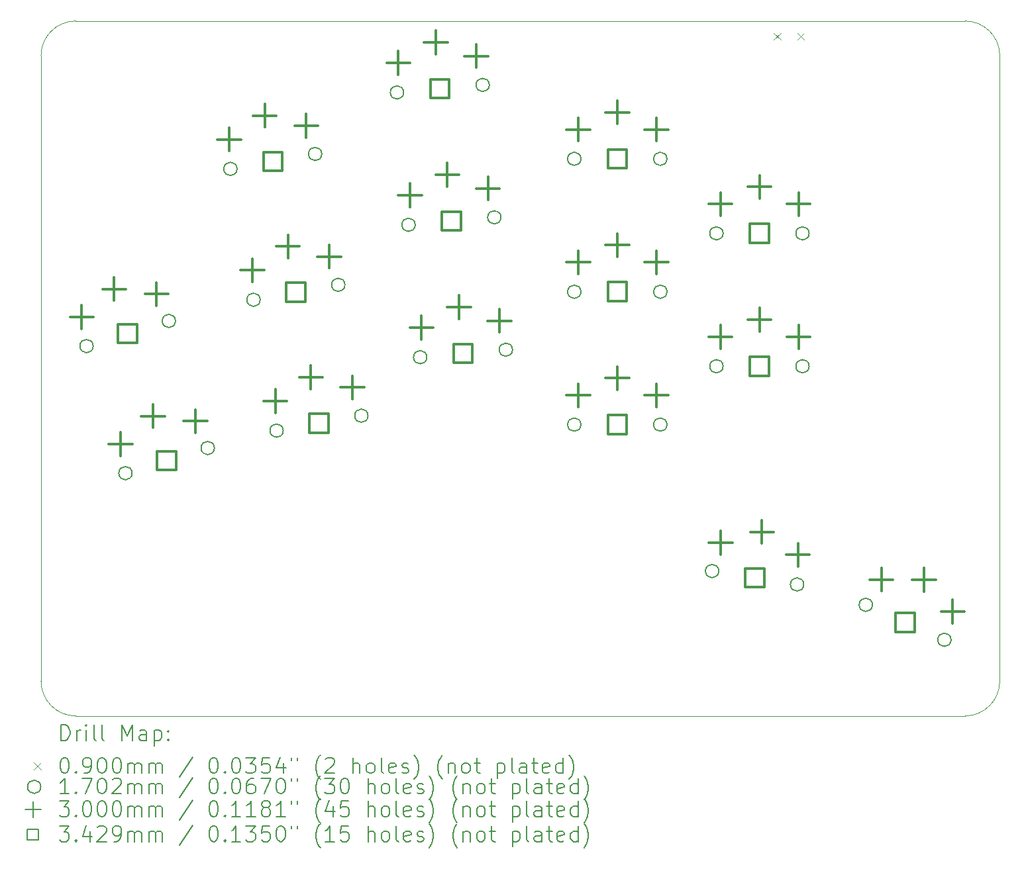
<source format=gbr>
%FSLAX45Y45*%
G04 Gerber Fmt 4.5, Leading zero omitted, Abs format (unit mm)*
G04 Created by KiCad (PCBNEW (6.0.4-0)) date 2022-07-25 11:54:57*
%MOMM*%
%LPD*%
G01*
G04 APERTURE LIST*
%TA.AperFunction,Profile*%
%ADD10C,0.050000*%
%TD*%
%ADD11C,0.200000*%
%ADD12C,0.090000*%
%ADD13C,0.170180*%
%ADD14C,0.300000*%
%ADD15C,0.342900*%
G04 APERTURE END LIST*
D10*
X16431618Y3825490D02*
X16431979Y11826325D01*
X4176475Y3825325D02*
G75*
G03*
X4620979Y3380825I444505J5D01*
G01*
X16431975Y11826325D02*
G75*
G03*
X15987479Y12270825I-444495J5D01*
G01*
X4620979Y3380825D02*
X15987118Y3380990D01*
X4176115Y11826612D02*
X4176479Y3825325D01*
X15987479Y12270825D02*
X4620615Y12271112D01*
X4620615Y12271112D02*
G75*
G03*
X4176115Y11826612I0J-444500D01*
G01*
X15987118Y3380991D02*
G75*
G03*
X16431618Y3825490I2J444499D01*
G01*
D11*
D12*
X13541841Y12120184D02*
X13631841Y12030184D01*
X13631841Y12120184D02*
X13541841Y12030184D01*
X13841841Y12120184D02*
X13931841Y12030184D01*
X13931841Y12120184D02*
X13841841Y12030184D01*
D13*
X4843348Y8112192D02*
G75*
G03*
X4843348Y8112192I-85090J0D01*
G01*
X5340380Y6486474D02*
G75*
G03*
X5340380Y6486474I-85090J0D01*
G01*
X5895283Y8433801D02*
G75*
G03*
X5895283Y8433801I-85090J0D01*
G01*
X6392315Y6808083D02*
G75*
G03*
X6392315Y6808083I-85090J0D01*
G01*
X6682157Y10379000D02*
G75*
G03*
X6682157Y10379000I-85090J0D01*
G01*
X6977359Y8704827D02*
G75*
G03*
X6977359Y8704827I-85090J0D01*
G01*
X7272560Y7030654D02*
G75*
G03*
X7272560Y7030654I-85090J0D01*
G01*
X7765445Y10570013D02*
G75*
G03*
X7765445Y10570013I-85090J0D01*
G01*
X8060647Y8895840D02*
G75*
G03*
X8060647Y8895840I-85090J0D01*
G01*
X8355849Y7221667D02*
G75*
G03*
X8355849Y7221667I-85090J0D01*
G01*
X8811183Y11357012D02*
G75*
G03*
X8811183Y11357012I-85090J0D01*
G01*
X8959347Y9663481D02*
G75*
G03*
X8959347Y9663481I-85090J0D01*
G01*
X9107512Y7969950D02*
G75*
G03*
X9107512Y7969950I-85090J0D01*
G01*
X9906997Y11452883D02*
G75*
G03*
X9906997Y11452883I-85090J0D01*
G01*
X10055161Y9759352D02*
G75*
G03*
X10055161Y9759352I-85090J0D01*
G01*
X10203326Y8065821D02*
G75*
G03*
X10203326Y8065821I-85090J0D01*
G01*
X11077569Y10507725D02*
G75*
G03*
X11077569Y10507725I-85090J0D01*
G01*
X11077569Y8807725D02*
G75*
G03*
X11077569Y8807725I-85090J0D01*
G01*
X11077569Y7107725D02*
G75*
G03*
X11077569Y7107725I-85090J0D01*
G01*
X12177569Y10507725D02*
G75*
G03*
X12177569Y10507725I-85090J0D01*
G01*
X12177569Y8807725D02*
G75*
G03*
X12177569Y8807725I-85090J0D01*
G01*
X12177569Y7107725D02*
G75*
G03*
X12177569Y7107725I-85090J0D01*
G01*
X12839394Y5234619D02*
G75*
G03*
X12839394Y5234619I-85090J0D01*
G01*
X12895039Y9554449D02*
G75*
G03*
X12895039Y9554449I-85090J0D01*
G01*
X12895039Y7854449D02*
G75*
G03*
X12895039Y7854449I-85090J0D01*
G01*
X13925851Y5062541D02*
G75*
G03*
X13925851Y5062541I-85090J0D01*
G01*
X13995039Y9554449D02*
G75*
G03*
X13995039Y9554449I-85090J0D01*
G01*
X13995039Y7854449D02*
G75*
G03*
X13995039Y7854449I-85090J0D01*
G01*
X14804040Y4802410D02*
G75*
G03*
X14804040Y4802410I-85090J0D01*
G01*
X15808940Y4354999D02*
G75*
G03*
X15808940Y4354999I-85090J0D01*
G01*
D14*
X4696434Y8635425D02*
X4696434Y8335425D01*
X4546434Y8485425D02*
X4846434Y8485425D01*
X5110265Y8991998D02*
X5110265Y8691998D01*
X4960265Y8841998D02*
X5260265Y8841998D01*
X5193466Y7009706D02*
X5193466Y6709706D01*
X5043466Y6859706D02*
X5343466Y6859706D01*
X5607297Y7366279D02*
X5607297Y7066279D01*
X5457297Y7216279D02*
X5757297Y7216279D01*
X5652739Y8927796D02*
X5652739Y8627796D01*
X5502739Y8777796D02*
X5802739Y8777796D01*
X6149771Y7302078D02*
X6149771Y7002078D01*
X5999771Y7152078D02*
X6299771Y7152078D01*
X6581189Y10906985D02*
X6581189Y10606985D01*
X6431189Y10756985D02*
X6731189Y10756985D01*
X6876391Y9232812D02*
X6876391Y8932812D01*
X6726391Y9082812D02*
X7026391Y9082812D01*
X7035390Y11210467D02*
X7035390Y10910467D01*
X6885390Y11060467D02*
X7185390Y11060467D01*
X7171593Y7558639D02*
X7171593Y7258639D01*
X7021593Y7408639D02*
X7321593Y7408639D01*
X7330592Y9536294D02*
X7330592Y9236294D01*
X7180592Y9386294D02*
X7480592Y9386294D01*
X7565997Y11080634D02*
X7565997Y10780634D01*
X7415997Y10930634D02*
X7715997Y10930634D01*
X7625794Y7862121D02*
X7625794Y7562121D01*
X7475794Y7712121D02*
X7775794Y7712121D01*
X7861199Y9406460D02*
X7861199Y9106460D01*
X7711199Y9256460D02*
X8011199Y9256460D01*
X8156401Y7732287D02*
X8156401Y7432287D01*
X8006401Y7582287D02*
X8306401Y7582287D01*
X8743219Y11884943D02*
X8743219Y11584943D01*
X8593219Y11734943D02*
X8893219Y11734943D01*
X8891384Y10191412D02*
X8891384Y9891412D01*
X8741384Y10041412D02*
X9041384Y10041412D01*
X9039548Y8497881D02*
X9039548Y8197881D01*
X8889548Y8347881D02*
X9189548Y8347881D01*
X9222142Y12147683D02*
X9222142Y11847683D01*
X9072142Y11997683D02*
X9372142Y11997683D01*
X9370307Y10454153D02*
X9370307Y10154153D01*
X9220307Y10304153D02*
X9520307Y10304153D01*
X9518471Y8760622D02*
X9518471Y8460622D01*
X9368471Y8610622D02*
X9668471Y8610622D01*
X9739414Y11972098D02*
X9739414Y11672098D01*
X9589414Y11822098D02*
X9889414Y11822098D01*
X9887578Y10278568D02*
X9887578Y9978568D01*
X9737578Y10128568D02*
X10037578Y10128568D01*
X10035743Y8585037D02*
X10035743Y8285036D01*
X9885743Y8435037D02*
X10185743Y8435037D01*
X11042479Y11032725D02*
X11042479Y10732725D01*
X10892479Y10882725D02*
X11192479Y10882725D01*
X11042479Y9332725D02*
X11042479Y9032725D01*
X10892479Y9182725D02*
X11192479Y9182725D01*
X11042479Y7632725D02*
X11042479Y7332725D01*
X10892479Y7482725D02*
X11192479Y7482725D01*
X11542479Y11252725D02*
X11542479Y10952725D01*
X11392479Y11102725D02*
X11692479Y11102725D01*
X11542479Y9552725D02*
X11542479Y9252725D01*
X11392479Y9402725D02*
X11692479Y9402725D01*
X11542479Y7852725D02*
X11542479Y7552725D01*
X11392479Y7702725D02*
X11692479Y7702725D01*
X12042479Y11032725D02*
X12042479Y10732725D01*
X11892479Y10882725D02*
X12192479Y10882725D01*
X12042479Y9332725D02*
X12042479Y9032725D01*
X11892479Y9182725D02*
X12192479Y9182725D01*
X12042479Y7632725D02*
X12042479Y7332725D01*
X11892479Y7482725D02*
X12192479Y7482725D01*
X12859949Y10079449D02*
X12859949Y9779449D01*
X12709949Y9929449D02*
X13009949Y9929449D01*
X12859949Y8379449D02*
X12859949Y8079449D01*
X12709949Y8229449D02*
X13009949Y8229449D01*
X12862351Y5747180D02*
X12862351Y5447180D01*
X12712351Y5597180D02*
X13012351Y5597180D01*
X13359949Y10299449D02*
X13359949Y9999449D01*
X13209949Y10149449D02*
X13509949Y10149449D01*
X13359949Y8599449D02*
X13359949Y8299449D01*
X13209949Y8449449D02*
X13509949Y8449449D01*
X13390611Y5886254D02*
X13390611Y5586255D01*
X13240611Y5736254D02*
X13540611Y5736254D01*
X13850040Y5590746D02*
X13850040Y5290746D01*
X13700040Y5440746D02*
X14000040Y5440746D01*
X13859949Y10079449D02*
X13859949Y9779449D01*
X13709949Y9929449D02*
X14009949Y9929449D01*
X13859949Y8379449D02*
X13859949Y8079449D01*
X13709949Y8229449D02*
X14009949Y8229449D01*
X14917154Y5274652D02*
X14917154Y4974652D01*
X14767154Y5124652D02*
X15067154Y5124652D01*
X15463408Y5272264D02*
X15463408Y4972264D01*
X15313408Y5122264D02*
X15613408Y5122264D01*
X15830699Y4867916D02*
X15830699Y4567916D01*
X15680699Y4717916D02*
X15980699Y4717916D01*
D15*
X5405461Y8151762D02*
X5405461Y8394231D01*
X5162991Y8394231D01*
X5162991Y8151762D01*
X5405461Y8151762D01*
X5902492Y6526044D02*
X5902492Y6768513D01*
X5660023Y6768513D01*
X5660023Y6526044D01*
X5902492Y6526044D01*
X7259946Y10353272D02*
X7259946Y10595741D01*
X7017476Y10595741D01*
X7017476Y10353272D01*
X7259946Y10353272D01*
X7555147Y8679099D02*
X7555147Y8921568D01*
X7312678Y8921568D01*
X7312678Y8679099D01*
X7555147Y8679099D01*
X7850349Y7004926D02*
X7850349Y7247395D01*
X7607880Y7247395D01*
X7607880Y7004926D01*
X7850349Y7004926D01*
X9395234Y11283713D02*
X9395234Y11526182D01*
X9152765Y11526182D01*
X9152765Y11283713D01*
X9395234Y11283713D01*
X9543399Y9590182D02*
X9543399Y9832651D01*
X9300930Y9832651D01*
X9300930Y9590182D01*
X9543399Y9590182D01*
X9691564Y7896651D02*
X9691564Y8139120D01*
X9449095Y8139120D01*
X9449095Y7896651D01*
X9691564Y7896651D01*
X11663714Y10386491D02*
X11663714Y10628960D01*
X11421244Y10628960D01*
X11421244Y10386491D01*
X11663714Y10386491D01*
X11663714Y8686491D02*
X11663714Y8928960D01*
X11421244Y8928960D01*
X11421244Y8686491D01*
X11663714Y8686491D01*
X11663714Y6986491D02*
X11663714Y7228960D01*
X11421244Y7228960D01*
X11421244Y6986491D01*
X11663714Y6986491D01*
X13418767Y5027345D02*
X13418767Y5269815D01*
X13176298Y5269815D01*
X13176298Y5027345D01*
X13418767Y5027345D01*
X13481184Y9433215D02*
X13481184Y9675684D01*
X13238715Y9675684D01*
X13238715Y9433215D01*
X13481184Y9433215D01*
X13481184Y7733214D02*
X13481184Y7975684D01*
X13238715Y7975684D01*
X13238715Y7733214D01*
X13481184Y7733214D01*
X15342635Y4457470D02*
X15342635Y4699939D01*
X15100165Y4699939D01*
X15100165Y4457470D01*
X15342635Y4457470D01*
D11*
X4431234Y3067849D02*
X4431234Y3267849D01*
X4478853Y3267849D01*
X4507424Y3258325D01*
X4526472Y3239278D01*
X4535996Y3220230D01*
X4545520Y3182135D01*
X4545520Y3153563D01*
X4535996Y3115468D01*
X4526472Y3096421D01*
X4507424Y3077373D01*
X4478853Y3067849D01*
X4431234Y3067849D01*
X4631234Y3067849D02*
X4631234Y3201182D01*
X4631234Y3163087D02*
X4640758Y3182135D01*
X4650282Y3191659D01*
X4669329Y3201182D01*
X4688377Y3201182D01*
X4755043Y3067849D02*
X4755043Y3201182D01*
X4755043Y3267849D02*
X4745520Y3258325D01*
X4755043Y3248801D01*
X4764567Y3258325D01*
X4755043Y3267849D01*
X4755043Y3248801D01*
X4878853Y3067849D02*
X4859805Y3077373D01*
X4850282Y3096421D01*
X4850282Y3267849D01*
X4983615Y3067849D02*
X4964567Y3077373D01*
X4955043Y3096421D01*
X4955043Y3267849D01*
X5212186Y3067849D02*
X5212186Y3267849D01*
X5278853Y3124992D01*
X5345520Y3267849D01*
X5345520Y3067849D01*
X5526472Y3067849D02*
X5526472Y3172611D01*
X5516948Y3191659D01*
X5497901Y3201182D01*
X5459805Y3201182D01*
X5440758Y3191659D01*
X5526472Y3077373D02*
X5507424Y3067849D01*
X5459805Y3067849D01*
X5440758Y3077373D01*
X5431234Y3096421D01*
X5431234Y3115468D01*
X5440758Y3134516D01*
X5459805Y3144040D01*
X5507424Y3144040D01*
X5526472Y3153563D01*
X5621710Y3201182D02*
X5621710Y3001182D01*
X5621710Y3191659D02*
X5640758Y3201182D01*
X5678853Y3201182D01*
X5697901Y3191659D01*
X5707424Y3182135D01*
X5716948Y3163087D01*
X5716948Y3105944D01*
X5707424Y3086897D01*
X5697901Y3077373D01*
X5678853Y3067849D01*
X5640758Y3067849D01*
X5621710Y3077373D01*
X5802662Y3086897D02*
X5812186Y3077373D01*
X5802662Y3067849D01*
X5793139Y3077373D01*
X5802662Y3086897D01*
X5802662Y3067849D01*
X5802662Y3191659D02*
X5812186Y3182135D01*
X5802662Y3172611D01*
X5793139Y3182135D01*
X5802662Y3191659D01*
X5802662Y3172611D01*
D12*
X4083615Y2783325D02*
X4173615Y2693325D01*
X4173615Y2783325D02*
X4083615Y2693325D01*
D11*
X4469329Y2847849D02*
X4488377Y2847849D01*
X4507424Y2838325D01*
X4516948Y2828801D01*
X4526472Y2809754D01*
X4535996Y2771659D01*
X4535996Y2724040D01*
X4526472Y2685944D01*
X4516948Y2666897D01*
X4507424Y2657373D01*
X4488377Y2647849D01*
X4469329Y2647849D01*
X4450282Y2657373D01*
X4440758Y2666897D01*
X4431234Y2685944D01*
X4421710Y2724040D01*
X4421710Y2771659D01*
X4431234Y2809754D01*
X4440758Y2828801D01*
X4450282Y2838325D01*
X4469329Y2847849D01*
X4621710Y2666897D02*
X4631234Y2657373D01*
X4621710Y2647849D01*
X4612186Y2657373D01*
X4621710Y2666897D01*
X4621710Y2647849D01*
X4726472Y2647849D02*
X4764567Y2647849D01*
X4783615Y2657373D01*
X4793139Y2666897D01*
X4812186Y2695468D01*
X4821710Y2733563D01*
X4821710Y2809754D01*
X4812186Y2828801D01*
X4802663Y2838325D01*
X4783615Y2847849D01*
X4745520Y2847849D01*
X4726472Y2838325D01*
X4716948Y2828801D01*
X4707424Y2809754D01*
X4707424Y2762135D01*
X4716948Y2743087D01*
X4726472Y2733563D01*
X4745520Y2724040D01*
X4783615Y2724040D01*
X4802663Y2733563D01*
X4812186Y2743087D01*
X4821710Y2762135D01*
X4945520Y2847849D02*
X4964567Y2847849D01*
X4983615Y2838325D01*
X4993139Y2828801D01*
X5002663Y2809754D01*
X5012186Y2771659D01*
X5012186Y2724040D01*
X5002663Y2685944D01*
X4993139Y2666897D01*
X4983615Y2657373D01*
X4964567Y2647849D01*
X4945520Y2647849D01*
X4926472Y2657373D01*
X4916948Y2666897D01*
X4907424Y2685944D01*
X4897901Y2724040D01*
X4897901Y2771659D01*
X4907424Y2809754D01*
X4916948Y2828801D01*
X4926472Y2838325D01*
X4945520Y2847849D01*
X5135996Y2847849D02*
X5155043Y2847849D01*
X5174091Y2838325D01*
X5183615Y2828801D01*
X5193139Y2809754D01*
X5202663Y2771659D01*
X5202663Y2724040D01*
X5193139Y2685944D01*
X5183615Y2666897D01*
X5174091Y2657373D01*
X5155043Y2647849D01*
X5135996Y2647849D01*
X5116948Y2657373D01*
X5107424Y2666897D01*
X5097901Y2685944D01*
X5088377Y2724040D01*
X5088377Y2771659D01*
X5097901Y2809754D01*
X5107424Y2828801D01*
X5116948Y2838325D01*
X5135996Y2847849D01*
X5288377Y2647849D02*
X5288377Y2781183D01*
X5288377Y2762135D02*
X5297901Y2771659D01*
X5316948Y2781183D01*
X5345520Y2781183D01*
X5364567Y2771659D01*
X5374091Y2752611D01*
X5374091Y2647849D01*
X5374091Y2752611D02*
X5383615Y2771659D01*
X5402663Y2781183D01*
X5431234Y2781183D01*
X5450282Y2771659D01*
X5459805Y2752611D01*
X5459805Y2647849D01*
X5555043Y2647849D02*
X5555043Y2781183D01*
X5555043Y2762135D02*
X5564567Y2771659D01*
X5583615Y2781183D01*
X5612186Y2781183D01*
X5631234Y2771659D01*
X5640758Y2752611D01*
X5640758Y2647849D01*
X5640758Y2752611D02*
X5650281Y2771659D01*
X5669329Y2781183D01*
X5697901Y2781183D01*
X5716948Y2771659D01*
X5726472Y2752611D01*
X5726472Y2647849D01*
X6116948Y2857373D02*
X5945520Y2600230D01*
X6374091Y2847849D02*
X6393139Y2847849D01*
X6412186Y2838325D01*
X6421710Y2828801D01*
X6431234Y2809754D01*
X6440758Y2771659D01*
X6440758Y2724040D01*
X6431234Y2685944D01*
X6421710Y2666897D01*
X6412186Y2657373D01*
X6393139Y2647849D01*
X6374091Y2647849D01*
X6355043Y2657373D01*
X6345520Y2666897D01*
X6335996Y2685944D01*
X6326472Y2724040D01*
X6326472Y2771659D01*
X6335996Y2809754D01*
X6345520Y2828801D01*
X6355043Y2838325D01*
X6374091Y2847849D01*
X6526472Y2666897D02*
X6535996Y2657373D01*
X6526472Y2647849D01*
X6516948Y2657373D01*
X6526472Y2666897D01*
X6526472Y2647849D01*
X6659805Y2847849D02*
X6678853Y2847849D01*
X6697901Y2838325D01*
X6707424Y2828801D01*
X6716948Y2809754D01*
X6726472Y2771659D01*
X6726472Y2724040D01*
X6716948Y2685944D01*
X6707424Y2666897D01*
X6697901Y2657373D01*
X6678853Y2647849D01*
X6659805Y2647849D01*
X6640758Y2657373D01*
X6631234Y2666897D01*
X6621710Y2685944D01*
X6612186Y2724040D01*
X6612186Y2771659D01*
X6621710Y2809754D01*
X6631234Y2828801D01*
X6640758Y2838325D01*
X6659805Y2847849D01*
X6793139Y2847849D02*
X6916948Y2847849D01*
X6850281Y2771659D01*
X6878853Y2771659D01*
X6897901Y2762135D01*
X6907424Y2752611D01*
X6916948Y2733563D01*
X6916948Y2685944D01*
X6907424Y2666897D01*
X6897901Y2657373D01*
X6878853Y2647849D01*
X6821710Y2647849D01*
X6802662Y2657373D01*
X6793139Y2666897D01*
X7097901Y2847849D02*
X7002662Y2847849D01*
X6993139Y2752611D01*
X7002662Y2762135D01*
X7021710Y2771659D01*
X7069329Y2771659D01*
X7088377Y2762135D01*
X7097901Y2752611D01*
X7107424Y2733563D01*
X7107424Y2685944D01*
X7097901Y2666897D01*
X7088377Y2657373D01*
X7069329Y2647849D01*
X7021710Y2647849D01*
X7002662Y2657373D01*
X6993139Y2666897D01*
X7278853Y2781183D02*
X7278853Y2647849D01*
X7231234Y2857373D02*
X7183615Y2714516D01*
X7307424Y2714516D01*
X7374091Y2847849D02*
X7374091Y2809754D01*
X7450281Y2847849D02*
X7450281Y2809754D01*
X7745520Y2571659D02*
X7735996Y2581183D01*
X7716948Y2609754D01*
X7707424Y2628802D01*
X7697901Y2657373D01*
X7688377Y2704992D01*
X7688377Y2743087D01*
X7697901Y2790706D01*
X7707424Y2819278D01*
X7716948Y2838325D01*
X7735996Y2866897D01*
X7745520Y2876421D01*
X7812186Y2828801D02*
X7821710Y2838325D01*
X7840758Y2847849D01*
X7888377Y2847849D01*
X7907424Y2838325D01*
X7916948Y2828801D01*
X7926472Y2809754D01*
X7926472Y2790706D01*
X7916948Y2762135D01*
X7802662Y2647849D01*
X7926472Y2647849D01*
X8164567Y2647849D02*
X8164567Y2847849D01*
X8250281Y2647849D02*
X8250281Y2752611D01*
X8240758Y2771659D01*
X8221710Y2781183D01*
X8193139Y2781183D01*
X8174091Y2771659D01*
X8164567Y2762135D01*
X8374091Y2647849D02*
X8355043Y2657373D01*
X8345520Y2666897D01*
X8335996Y2685944D01*
X8335996Y2743087D01*
X8345520Y2762135D01*
X8355043Y2771659D01*
X8374091Y2781183D01*
X8402663Y2781183D01*
X8421710Y2771659D01*
X8431234Y2762135D01*
X8440758Y2743087D01*
X8440758Y2685944D01*
X8431234Y2666897D01*
X8421710Y2657373D01*
X8402663Y2647849D01*
X8374091Y2647849D01*
X8555043Y2647849D02*
X8535996Y2657373D01*
X8526472Y2676421D01*
X8526472Y2847849D01*
X8707424Y2657373D02*
X8688377Y2647849D01*
X8650282Y2647849D01*
X8631234Y2657373D01*
X8621710Y2676421D01*
X8621710Y2752611D01*
X8631234Y2771659D01*
X8650282Y2781183D01*
X8688377Y2781183D01*
X8707424Y2771659D01*
X8716948Y2752611D01*
X8716948Y2733563D01*
X8621710Y2714516D01*
X8793139Y2657373D02*
X8812186Y2647849D01*
X8850282Y2647849D01*
X8869329Y2657373D01*
X8878853Y2676421D01*
X8878853Y2685944D01*
X8869329Y2704992D01*
X8850282Y2714516D01*
X8821710Y2714516D01*
X8802663Y2724040D01*
X8793139Y2743087D01*
X8793139Y2752611D01*
X8802663Y2771659D01*
X8821710Y2781183D01*
X8850282Y2781183D01*
X8869329Y2771659D01*
X8945520Y2571659D02*
X8955043Y2581183D01*
X8974091Y2609754D01*
X8983615Y2628802D01*
X8993139Y2657373D01*
X9002663Y2704992D01*
X9002663Y2743087D01*
X8993139Y2790706D01*
X8983615Y2819278D01*
X8974091Y2838325D01*
X8955043Y2866897D01*
X8945520Y2876421D01*
X9307424Y2571659D02*
X9297901Y2581183D01*
X9278853Y2609754D01*
X9269329Y2628802D01*
X9259805Y2657373D01*
X9250282Y2704992D01*
X9250282Y2743087D01*
X9259805Y2790706D01*
X9269329Y2819278D01*
X9278853Y2838325D01*
X9297901Y2866897D01*
X9307424Y2876421D01*
X9383615Y2781183D02*
X9383615Y2647849D01*
X9383615Y2762135D02*
X9393139Y2771659D01*
X9412186Y2781183D01*
X9440758Y2781183D01*
X9459805Y2771659D01*
X9469329Y2752611D01*
X9469329Y2647849D01*
X9593139Y2647849D02*
X9574091Y2657373D01*
X9564567Y2666897D01*
X9555043Y2685944D01*
X9555043Y2743087D01*
X9564567Y2762135D01*
X9574091Y2771659D01*
X9593139Y2781183D01*
X9621710Y2781183D01*
X9640758Y2771659D01*
X9650282Y2762135D01*
X9659805Y2743087D01*
X9659805Y2685944D01*
X9650282Y2666897D01*
X9640758Y2657373D01*
X9621710Y2647849D01*
X9593139Y2647849D01*
X9716948Y2781183D02*
X9793139Y2781183D01*
X9745520Y2847849D02*
X9745520Y2676421D01*
X9755043Y2657373D01*
X9774091Y2647849D01*
X9793139Y2647849D01*
X10012186Y2781183D02*
X10012186Y2581183D01*
X10012186Y2771659D02*
X10031234Y2781183D01*
X10069329Y2781183D01*
X10088377Y2771659D01*
X10097901Y2762135D01*
X10107424Y2743087D01*
X10107424Y2685944D01*
X10097901Y2666897D01*
X10088377Y2657373D01*
X10069329Y2647849D01*
X10031234Y2647849D01*
X10012186Y2657373D01*
X10221710Y2647849D02*
X10202663Y2657373D01*
X10193139Y2676421D01*
X10193139Y2847849D01*
X10383615Y2647849D02*
X10383615Y2752611D01*
X10374091Y2771659D01*
X10355043Y2781183D01*
X10316948Y2781183D01*
X10297901Y2771659D01*
X10383615Y2657373D02*
X10364567Y2647849D01*
X10316948Y2647849D01*
X10297901Y2657373D01*
X10288377Y2676421D01*
X10288377Y2695468D01*
X10297901Y2714516D01*
X10316948Y2724040D01*
X10364567Y2724040D01*
X10383615Y2733563D01*
X10450282Y2781183D02*
X10526472Y2781183D01*
X10478853Y2847849D02*
X10478853Y2676421D01*
X10488377Y2657373D01*
X10507424Y2647849D01*
X10526472Y2647849D01*
X10669329Y2657373D02*
X10650282Y2647849D01*
X10612186Y2647849D01*
X10593139Y2657373D01*
X10583615Y2676421D01*
X10583615Y2752611D01*
X10593139Y2771659D01*
X10612186Y2781183D01*
X10650282Y2781183D01*
X10669329Y2771659D01*
X10678853Y2752611D01*
X10678853Y2733563D01*
X10583615Y2714516D01*
X10850282Y2647849D02*
X10850282Y2847849D01*
X10850282Y2657373D02*
X10831234Y2647849D01*
X10793139Y2647849D01*
X10774091Y2657373D01*
X10764567Y2666897D01*
X10755043Y2685944D01*
X10755043Y2743087D01*
X10764567Y2762135D01*
X10774091Y2771659D01*
X10793139Y2781183D01*
X10831234Y2781183D01*
X10850282Y2771659D01*
X10926472Y2571659D02*
X10935996Y2581183D01*
X10955043Y2609754D01*
X10964567Y2628802D01*
X10974091Y2657373D01*
X10983615Y2704992D01*
X10983615Y2743087D01*
X10974091Y2790706D01*
X10964567Y2819278D01*
X10955043Y2838325D01*
X10935996Y2866897D01*
X10926472Y2876421D01*
D13*
X4173615Y2474325D02*
G75*
G03*
X4173615Y2474325I-85090J0D01*
G01*
D11*
X4535996Y2383849D02*
X4421710Y2383849D01*
X4478853Y2383849D02*
X4478853Y2583849D01*
X4459805Y2555278D01*
X4440758Y2536230D01*
X4421710Y2526706D01*
X4621710Y2402897D02*
X4631234Y2393373D01*
X4621710Y2383849D01*
X4612186Y2393373D01*
X4621710Y2402897D01*
X4621710Y2383849D01*
X4697901Y2583849D02*
X4831234Y2583849D01*
X4745520Y2383849D01*
X4945520Y2583849D02*
X4964567Y2583849D01*
X4983615Y2574325D01*
X4993139Y2564802D01*
X5002663Y2545754D01*
X5012186Y2507659D01*
X5012186Y2460040D01*
X5002663Y2421944D01*
X4993139Y2402897D01*
X4983615Y2393373D01*
X4964567Y2383849D01*
X4945520Y2383849D01*
X4926472Y2393373D01*
X4916948Y2402897D01*
X4907424Y2421944D01*
X4897901Y2460040D01*
X4897901Y2507659D01*
X4907424Y2545754D01*
X4916948Y2564802D01*
X4926472Y2574325D01*
X4945520Y2583849D01*
X5088377Y2564802D02*
X5097901Y2574325D01*
X5116948Y2583849D01*
X5164567Y2583849D01*
X5183615Y2574325D01*
X5193139Y2564802D01*
X5202663Y2545754D01*
X5202663Y2526706D01*
X5193139Y2498135D01*
X5078853Y2383849D01*
X5202663Y2383849D01*
X5288377Y2383849D02*
X5288377Y2517183D01*
X5288377Y2498135D02*
X5297901Y2507659D01*
X5316948Y2517183D01*
X5345520Y2517183D01*
X5364567Y2507659D01*
X5374091Y2488611D01*
X5374091Y2383849D01*
X5374091Y2488611D02*
X5383615Y2507659D01*
X5402663Y2517183D01*
X5431234Y2517183D01*
X5450282Y2507659D01*
X5459805Y2488611D01*
X5459805Y2383849D01*
X5555043Y2383849D02*
X5555043Y2517183D01*
X5555043Y2498135D02*
X5564567Y2507659D01*
X5583615Y2517183D01*
X5612186Y2517183D01*
X5631234Y2507659D01*
X5640758Y2488611D01*
X5640758Y2383849D01*
X5640758Y2488611D02*
X5650281Y2507659D01*
X5669329Y2517183D01*
X5697901Y2517183D01*
X5716948Y2507659D01*
X5726472Y2488611D01*
X5726472Y2383849D01*
X6116948Y2593373D02*
X5945520Y2336230D01*
X6374091Y2583849D02*
X6393139Y2583849D01*
X6412186Y2574325D01*
X6421710Y2564802D01*
X6431234Y2545754D01*
X6440758Y2507659D01*
X6440758Y2460040D01*
X6431234Y2421944D01*
X6421710Y2402897D01*
X6412186Y2393373D01*
X6393139Y2383849D01*
X6374091Y2383849D01*
X6355043Y2393373D01*
X6345520Y2402897D01*
X6335996Y2421944D01*
X6326472Y2460040D01*
X6326472Y2507659D01*
X6335996Y2545754D01*
X6345520Y2564802D01*
X6355043Y2574325D01*
X6374091Y2583849D01*
X6526472Y2402897D02*
X6535996Y2393373D01*
X6526472Y2383849D01*
X6516948Y2393373D01*
X6526472Y2402897D01*
X6526472Y2383849D01*
X6659805Y2583849D02*
X6678853Y2583849D01*
X6697901Y2574325D01*
X6707424Y2564802D01*
X6716948Y2545754D01*
X6726472Y2507659D01*
X6726472Y2460040D01*
X6716948Y2421944D01*
X6707424Y2402897D01*
X6697901Y2393373D01*
X6678853Y2383849D01*
X6659805Y2383849D01*
X6640758Y2393373D01*
X6631234Y2402897D01*
X6621710Y2421944D01*
X6612186Y2460040D01*
X6612186Y2507659D01*
X6621710Y2545754D01*
X6631234Y2564802D01*
X6640758Y2574325D01*
X6659805Y2583849D01*
X6897901Y2583849D02*
X6859805Y2583849D01*
X6840758Y2574325D01*
X6831234Y2564802D01*
X6812186Y2536230D01*
X6802662Y2498135D01*
X6802662Y2421944D01*
X6812186Y2402897D01*
X6821710Y2393373D01*
X6840758Y2383849D01*
X6878853Y2383849D01*
X6897901Y2393373D01*
X6907424Y2402897D01*
X6916948Y2421944D01*
X6916948Y2469563D01*
X6907424Y2488611D01*
X6897901Y2498135D01*
X6878853Y2507659D01*
X6840758Y2507659D01*
X6821710Y2498135D01*
X6812186Y2488611D01*
X6802662Y2469563D01*
X6983615Y2583849D02*
X7116948Y2583849D01*
X7031234Y2383849D01*
X7231234Y2583849D02*
X7250281Y2583849D01*
X7269329Y2574325D01*
X7278853Y2564802D01*
X7288377Y2545754D01*
X7297901Y2507659D01*
X7297901Y2460040D01*
X7288377Y2421944D01*
X7278853Y2402897D01*
X7269329Y2393373D01*
X7250281Y2383849D01*
X7231234Y2383849D01*
X7212186Y2393373D01*
X7202662Y2402897D01*
X7193139Y2421944D01*
X7183615Y2460040D01*
X7183615Y2507659D01*
X7193139Y2545754D01*
X7202662Y2564802D01*
X7212186Y2574325D01*
X7231234Y2583849D01*
X7374091Y2583849D02*
X7374091Y2545754D01*
X7450281Y2583849D02*
X7450281Y2545754D01*
X7745520Y2307659D02*
X7735996Y2317183D01*
X7716948Y2345754D01*
X7707424Y2364802D01*
X7697901Y2393373D01*
X7688377Y2440992D01*
X7688377Y2479087D01*
X7697901Y2526706D01*
X7707424Y2555278D01*
X7716948Y2574325D01*
X7735996Y2602897D01*
X7745520Y2612421D01*
X7802662Y2583849D02*
X7926472Y2583849D01*
X7859805Y2507659D01*
X7888377Y2507659D01*
X7907424Y2498135D01*
X7916948Y2488611D01*
X7926472Y2469563D01*
X7926472Y2421944D01*
X7916948Y2402897D01*
X7907424Y2393373D01*
X7888377Y2383849D01*
X7831234Y2383849D01*
X7812186Y2393373D01*
X7802662Y2402897D01*
X8050281Y2583849D02*
X8069329Y2583849D01*
X8088377Y2574325D01*
X8097901Y2564802D01*
X8107424Y2545754D01*
X8116948Y2507659D01*
X8116948Y2460040D01*
X8107424Y2421944D01*
X8097901Y2402897D01*
X8088377Y2393373D01*
X8069329Y2383849D01*
X8050281Y2383849D01*
X8031234Y2393373D01*
X8021710Y2402897D01*
X8012186Y2421944D01*
X8002662Y2460040D01*
X8002662Y2507659D01*
X8012186Y2545754D01*
X8021710Y2564802D01*
X8031234Y2574325D01*
X8050281Y2583849D01*
X8355043Y2383849D02*
X8355043Y2583849D01*
X8440758Y2383849D02*
X8440758Y2488611D01*
X8431234Y2507659D01*
X8412186Y2517183D01*
X8383615Y2517183D01*
X8364567Y2507659D01*
X8355043Y2498135D01*
X8564567Y2383849D02*
X8545520Y2393373D01*
X8535996Y2402897D01*
X8526472Y2421944D01*
X8526472Y2479087D01*
X8535996Y2498135D01*
X8545520Y2507659D01*
X8564567Y2517183D01*
X8593139Y2517183D01*
X8612186Y2507659D01*
X8621710Y2498135D01*
X8631234Y2479087D01*
X8631234Y2421944D01*
X8621710Y2402897D01*
X8612186Y2393373D01*
X8593139Y2383849D01*
X8564567Y2383849D01*
X8745520Y2383849D02*
X8726472Y2393373D01*
X8716948Y2412421D01*
X8716948Y2583849D01*
X8897901Y2393373D02*
X8878853Y2383849D01*
X8840758Y2383849D01*
X8821710Y2393373D01*
X8812186Y2412421D01*
X8812186Y2488611D01*
X8821710Y2507659D01*
X8840758Y2517183D01*
X8878853Y2517183D01*
X8897901Y2507659D01*
X8907424Y2488611D01*
X8907424Y2469563D01*
X8812186Y2450516D01*
X8983615Y2393373D02*
X9002663Y2383849D01*
X9040758Y2383849D01*
X9059805Y2393373D01*
X9069329Y2412421D01*
X9069329Y2421944D01*
X9059805Y2440992D01*
X9040758Y2450516D01*
X9012186Y2450516D01*
X8993139Y2460040D01*
X8983615Y2479087D01*
X8983615Y2488611D01*
X8993139Y2507659D01*
X9012186Y2517183D01*
X9040758Y2517183D01*
X9059805Y2507659D01*
X9135996Y2307659D02*
X9145520Y2317183D01*
X9164567Y2345754D01*
X9174091Y2364802D01*
X9183615Y2393373D01*
X9193139Y2440992D01*
X9193139Y2479087D01*
X9183615Y2526706D01*
X9174091Y2555278D01*
X9164567Y2574325D01*
X9145520Y2602897D01*
X9135996Y2612421D01*
X9497901Y2307659D02*
X9488377Y2317183D01*
X9469329Y2345754D01*
X9459805Y2364802D01*
X9450282Y2393373D01*
X9440758Y2440992D01*
X9440758Y2479087D01*
X9450282Y2526706D01*
X9459805Y2555278D01*
X9469329Y2574325D01*
X9488377Y2602897D01*
X9497901Y2612421D01*
X9574091Y2517183D02*
X9574091Y2383849D01*
X9574091Y2498135D02*
X9583615Y2507659D01*
X9602663Y2517183D01*
X9631234Y2517183D01*
X9650282Y2507659D01*
X9659805Y2488611D01*
X9659805Y2383849D01*
X9783615Y2383849D02*
X9764567Y2393373D01*
X9755043Y2402897D01*
X9745520Y2421944D01*
X9745520Y2479087D01*
X9755043Y2498135D01*
X9764567Y2507659D01*
X9783615Y2517183D01*
X9812186Y2517183D01*
X9831234Y2507659D01*
X9840758Y2498135D01*
X9850282Y2479087D01*
X9850282Y2421944D01*
X9840758Y2402897D01*
X9831234Y2393373D01*
X9812186Y2383849D01*
X9783615Y2383849D01*
X9907424Y2517183D02*
X9983615Y2517183D01*
X9935996Y2583849D02*
X9935996Y2412421D01*
X9945520Y2393373D01*
X9964567Y2383849D01*
X9983615Y2383849D01*
X10202663Y2517183D02*
X10202663Y2317183D01*
X10202663Y2507659D02*
X10221710Y2517183D01*
X10259805Y2517183D01*
X10278853Y2507659D01*
X10288377Y2498135D01*
X10297901Y2479087D01*
X10297901Y2421944D01*
X10288377Y2402897D01*
X10278853Y2393373D01*
X10259805Y2383849D01*
X10221710Y2383849D01*
X10202663Y2393373D01*
X10412186Y2383849D02*
X10393139Y2393373D01*
X10383615Y2412421D01*
X10383615Y2583849D01*
X10574091Y2383849D02*
X10574091Y2488611D01*
X10564567Y2507659D01*
X10545520Y2517183D01*
X10507424Y2517183D01*
X10488377Y2507659D01*
X10574091Y2393373D02*
X10555043Y2383849D01*
X10507424Y2383849D01*
X10488377Y2393373D01*
X10478853Y2412421D01*
X10478853Y2431468D01*
X10488377Y2450516D01*
X10507424Y2460040D01*
X10555043Y2460040D01*
X10574091Y2469563D01*
X10640758Y2517183D02*
X10716948Y2517183D01*
X10669329Y2583849D02*
X10669329Y2412421D01*
X10678853Y2393373D01*
X10697901Y2383849D01*
X10716948Y2383849D01*
X10859805Y2393373D02*
X10840758Y2383849D01*
X10802663Y2383849D01*
X10783615Y2393373D01*
X10774091Y2412421D01*
X10774091Y2488611D01*
X10783615Y2507659D01*
X10802663Y2517183D01*
X10840758Y2517183D01*
X10859805Y2507659D01*
X10869329Y2488611D01*
X10869329Y2469563D01*
X10774091Y2450516D01*
X11040758Y2383849D02*
X11040758Y2583849D01*
X11040758Y2393373D02*
X11021710Y2383849D01*
X10983615Y2383849D01*
X10964567Y2393373D01*
X10955043Y2402897D01*
X10945520Y2421944D01*
X10945520Y2479087D01*
X10955043Y2498135D01*
X10964567Y2507659D01*
X10983615Y2517183D01*
X11021710Y2517183D01*
X11040758Y2507659D01*
X11116948Y2307659D02*
X11126472Y2317183D01*
X11145520Y2345754D01*
X11155043Y2364802D01*
X11164567Y2393373D01*
X11174091Y2440992D01*
X11174091Y2479087D01*
X11164567Y2526706D01*
X11155043Y2555278D01*
X11145520Y2574325D01*
X11126472Y2602897D01*
X11116948Y2612421D01*
X4073615Y2284145D02*
X4073615Y2084145D01*
X3973615Y2184145D02*
X4173615Y2184145D01*
X4412186Y2293669D02*
X4535996Y2293669D01*
X4469329Y2217479D01*
X4497901Y2217479D01*
X4516948Y2207955D01*
X4526472Y2198431D01*
X4535996Y2179383D01*
X4535996Y2131764D01*
X4526472Y2112717D01*
X4516948Y2103193D01*
X4497901Y2093669D01*
X4440758Y2093669D01*
X4421710Y2103193D01*
X4412186Y2112717D01*
X4621710Y2112717D02*
X4631234Y2103193D01*
X4621710Y2093669D01*
X4612186Y2103193D01*
X4621710Y2112717D01*
X4621710Y2093669D01*
X4755043Y2293669D02*
X4774091Y2293669D01*
X4793139Y2284145D01*
X4802663Y2274622D01*
X4812186Y2255574D01*
X4821710Y2217479D01*
X4821710Y2169860D01*
X4812186Y2131764D01*
X4802663Y2112717D01*
X4793139Y2103193D01*
X4774091Y2093669D01*
X4755043Y2093669D01*
X4735996Y2103193D01*
X4726472Y2112717D01*
X4716948Y2131764D01*
X4707424Y2169860D01*
X4707424Y2217479D01*
X4716948Y2255574D01*
X4726472Y2274622D01*
X4735996Y2284145D01*
X4755043Y2293669D01*
X4945520Y2293669D02*
X4964567Y2293669D01*
X4983615Y2284145D01*
X4993139Y2274622D01*
X5002663Y2255574D01*
X5012186Y2217479D01*
X5012186Y2169860D01*
X5002663Y2131764D01*
X4993139Y2112717D01*
X4983615Y2103193D01*
X4964567Y2093669D01*
X4945520Y2093669D01*
X4926472Y2103193D01*
X4916948Y2112717D01*
X4907424Y2131764D01*
X4897901Y2169860D01*
X4897901Y2217479D01*
X4907424Y2255574D01*
X4916948Y2274622D01*
X4926472Y2284145D01*
X4945520Y2293669D01*
X5135996Y2293669D02*
X5155043Y2293669D01*
X5174091Y2284145D01*
X5183615Y2274622D01*
X5193139Y2255574D01*
X5202663Y2217479D01*
X5202663Y2169860D01*
X5193139Y2131764D01*
X5183615Y2112717D01*
X5174091Y2103193D01*
X5155043Y2093669D01*
X5135996Y2093669D01*
X5116948Y2103193D01*
X5107424Y2112717D01*
X5097901Y2131764D01*
X5088377Y2169860D01*
X5088377Y2217479D01*
X5097901Y2255574D01*
X5107424Y2274622D01*
X5116948Y2284145D01*
X5135996Y2293669D01*
X5288377Y2093669D02*
X5288377Y2227003D01*
X5288377Y2207955D02*
X5297901Y2217479D01*
X5316948Y2227003D01*
X5345520Y2227003D01*
X5364567Y2217479D01*
X5374091Y2198431D01*
X5374091Y2093669D01*
X5374091Y2198431D02*
X5383615Y2217479D01*
X5402663Y2227003D01*
X5431234Y2227003D01*
X5450282Y2217479D01*
X5459805Y2198431D01*
X5459805Y2093669D01*
X5555043Y2093669D02*
X5555043Y2227003D01*
X5555043Y2207955D02*
X5564567Y2217479D01*
X5583615Y2227003D01*
X5612186Y2227003D01*
X5631234Y2217479D01*
X5640758Y2198431D01*
X5640758Y2093669D01*
X5640758Y2198431D02*
X5650281Y2217479D01*
X5669329Y2227003D01*
X5697901Y2227003D01*
X5716948Y2217479D01*
X5726472Y2198431D01*
X5726472Y2093669D01*
X6116948Y2303193D02*
X5945520Y2046050D01*
X6374091Y2293669D02*
X6393139Y2293669D01*
X6412186Y2284145D01*
X6421710Y2274622D01*
X6431234Y2255574D01*
X6440758Y2217479D01*
X6440758Y2169860D01*
X6431234Y2131764D01*
X6421710Y2112717D01*
X6412186Y2103193D01*
X6393139Y2093669D01*
X6374091Y2093669D01*
X6355043Y2103193D01*
X6345520Y2112717D01*
X6335996Y2131764D01*
X6326472Y2169860D01*
X6326472Y2217479D01*
X6335996Y2255574D01*
X6345520Y2274622D01*
X6355043Y2284145D01*
X6374091Y2293669D01*
X6526472Y2112717D02*
X6535996Y2103193D01*
X6526472Y2093669D01*
X6516948Y2103193D01*
X6526472Y2112717D01*
X6526472Y2093669D01*
X6726472Y2093669D02*
X6612186Y2093669D01*
X6669329Y2093669D02*
X6669329Y2293669D01*
X6650281Y2265098D01*
X6631234Y2246050D01*
X6612186Y2236526D01*
X6916948Y2093669D02*
X6802662Y2093669D01*
X6859805Y2093669D02*
X6859805Y2293669D01*
X6840758Y2265098D01*
X6821710Y2246050D01*
X6802662Y2236526D01*
X7031234Y2207955D02*
X7012186Y2217479D01*
X7002662Y2227003D01*
X6993139Y2246050D01*
X6993139Y2255574D01*
X7002662Y2274622D01*
X7012186Y2284145D01*
X7031234Y2293669D01*
X7069329Y2293669D01*
X7088377Y2284145D01*
X7097901Y2274622D01*
X7107424Y2255574D01*
X7107424Y2246050D01*
X7097901Y2227003D01*
X7088377Y2217479D01*
X7069329Y2207955D01*
X7031234Y2207955D01*
X7012186Y2198431D01*
X7002662Y2188907D01*
X6993139Y2169860D01*
X6993139Y2131764D01*
X7002662Y2112717D01*
X7012186Y2103193D01*
X7031234Y2093669D01*
X7069329Y2093669D01*
X7088377Y2103193D01*
X7097901Y2112717D01*
X7107424Y2131764D01*
X7107424Y2169860D01*
X7097901Y2188907D01*
X7088377Y2198431D01*
X7069329Y2207955D01*
X7297901Y2093669D02*
X7183615Y2093669D01*
X7240758Y2093669D02*
X7240758Y2293669D01*
X7221710Y2265098D01*
X7202662Y2246050D01*
X7183615Y2236526D01*
X7374091Y2293669D02*
X7374091Y2255574D01*
X7450281Y2293669D02*
X7450281Y2255574D01*
X7745520Y2017479D02*
X7735996Y2027002D01*
X7716948Y2055574D01*
X7707424Y2074621D01*
X7697901Y2103193D01*
X7688377Y2150812D01*
X7688377Y2188907D01*
X7697901Y2236526D01*
X7707424Y2265098D01*
X7716948Y2284145D01*
X7735996Y2312717D01*
X7745520Y2322241D01*
X7907424Y2227003D02*
X7907424Y2093669D01*
X7859805Y2303193D02*
X7812186Y2160336D01*
X7935996Y2160336D01*
X8107424Y2293669D02*
X8012186Y2293669D01*
X8002662Y2198431D01*
X8012186Y2207955D01*
X8031234Y2217479D01*
X8078853Y2217479D01*
X8097901Y2207955D01*
X8107424Y2198431D01*
X8116948Y2179383D01*
X8116948Y2131764D01*
X8107424Y2112717D01*
X8097901Y2103193D01*
X8078853Y2093669D01*
X8031234Y2093669D01*
X8012186Y2103193D01*
X8002662Y2112717D01*
X8355043Y2093669D02*
X8355043Y2293669D01*
X8440758Y2093669D02*
X8440758Y2198431D01*
X8431234Y2217479D01*
X8412186Y2227003D01*
X8383615Y2227003D01*
X8364567Y2217479D01*
X8355043Y2207955D01*
X8564567Y2093669D02*
X8545520Y2103193D01*
X8535996Y2112717D01*
X8526472Y2131764D01*
X8526472Y2188907D01*
X8535996Y2207955D01*
X8545520Y2217479D01*
X8564567Y2227003D01*
X8593139Y2227003D01*
X8612186Y2217479D01*
X8621710Y2207955D01*
X8631234Y2188907D01*
X8631234Y2131764D01*
X8621710Y2112717D01*
X8612186Y2103193D01*
X8593139Y2093669D01*
X8564567Y2093669D01*
X8745520Y2093669D02*
X8726472Y2103193D01*
X8716948Y2122241D01*
X8716948Y2293669D01*
X8897901Y2103193D02*
X8878853Y2093669D01*
X8840758Y2093669D01*
X8821710Y2103193D01*
X8812186Y2122241D01*
X8812186Y2198431D01*
X8821710Y2217479D01*
X8840758Y2227003D01*
X8878853Y2227003D01*
X8897901Y2217479D01*
X8907424Y2198431D01*
X8907424Y2179383D01*
X8812186Y2160336D01*
X8983615Y2103193D02*
X9002663Y2093669D01*
X9040758Y2093669D01*
X9059805Y2103193D01*
X9069329Y2122241D01*
X9069329Y2131764D01*
X9059805Y2150812D01*
X9040758Y2160336D01*
X9012186Y2160336D01*
X8993139Y2169860D01*
X8983615Y2188907D01*
X8983615Y2198431D01*
X8993139Y2217479D01*
X9012186Y2227003D01*
X9040758Y2227003D01*
X9059805Y2217479D01*
X9135996Y2017479D02*
X9145520Y2027002D01*
X9164567Y2055574D01*
X9174091Y2074621D01*
X9183615Y2103193D01*
X9193139Y2150812D01*
X9193139Y2188907D01*
X9183615Y2236526D01*
X9174091Y2265098D01*
X9164567Y2284145D01*
X9145520Y2312717D01*
X9135996Y2322241D01*
X9497901Y2017479D02*
X9488377Y2027002D01*
X9469329Y2055574D01*
X9459805Y2074621D01*
X9450282Y2103193D01*
X9440758Y2150812D01*
X9440758Y2188907D01*
X9450282Y2236526D01*
X9459805Y2265098D01*
X9469329Y2284145D01*
X9488377Y2312717D01*
X9497901Y2322241D01*
X9574091Y2227003D02*
X9574091Y2093669D01*
X9574091Y2207955D02*
X9583615Y2217479D01*
X9602663Y2227003D01*
X9631234Y2227003D01*
X9650282Y2217479D01*
X9659805Y2198431D01*
X9659805Y2093669D01*
X9783615Y2093669D02*
X9764567Y2103193D01*
X9755043Y2112717D01*
X9745520Y2131764D01*
X9745520Y2188907D01*
X9755043Y2207955D01*
X9764567Y2217479D01*
X9783615Y2227003D01*
X9812186Y2227003D01*
X9831234Y2217479D01*
X9840758Y2207955D01*
X9850282Y2188907D01*
X9850282Y2131764D01*
X9840758Y2112717D01*
X9831234Y2103193D01*
X9812186Y2093669D01*
X9783615Y2093669D01*
X9907424Y2227003D02*
X9983615Y2227003D01*
X9935996Y2293669D02*
X9935996Y2122241D01*
X9945520Y2103193D01*
X9964567Y2093669D01*
X9983615Y2093669D01*
X10202663Y2227003D02*
X10202663Y2027002D01*
X10202663Y2217479D02*
X10221710Y2227003D01*
X10259805Y2227003D01*
X10278853Y2217479D01*
X10288377Y2207955D01*
X10297901Y2188907D01*
X10297901Y2131764D01*
X10288377Y2112717D01*
X10278853Y2103193D01*
X10259805Y2093669D01*
X10221710Y2093669D01*
X10202663Y2103193D01*
X10412186Y2093669D02*
X10393139Y2103193D01*
X10383615Y2122241D01*
X10383615Y2293669D01*
X10574091Y2093669D02*
X10574091Y2198431D01*
X10564567Y2217479D01*
X10545520Y2227003D01*
X10507424Y2227003D01*
X10488377Y2217479D01*
X10574091Y2103193D02*
X10555043Y2093669D01*
X10507424Y2093669D01*
X10488377Y2103193D01*
X10478853Y2122241D01*
X10478853Y2141288D01*
X10488377Y2160336D01*
X10507424Y2169860D01*
X10555043Y2169860D01*
X10574091Y2179383D01*
X10640758Y2227003D02*
X10716948Y2227003D01*
X10669329Y2293669D02*
X10669329Y2122241D01*
X10678853Y2103193D01*
X10697901Y2093669D01*
X10716948Y2093669D01*
X10859805Y2103193D02*
X10840758Y2093669D01*
X10802663Y2093669D01*
X10783615Y2103193D01*
X10774091Y2122241D01*
X10774091Y2198431D01*
X10783615Y2217479D01*
X10802663Y2227003D01*
X10840758Y2227003D01*
X10859805Y2217479D01*
X10869329Y2198431D01*
X10869329Y2179383D01*
X10774091Y2160336D01*
X11040758Y2093669D02*
X11040758Y2293669D01*
X11040758Y2103193D02*
X11021710Y2093669D01*
X10983615Y2093669D01*
X10964567Y2103193D01*
X10955043Y2112717D01*
X10945520Y2131764D01*
X10945520Y2188907D01*
X10955043Y2207955D01*
X10964567Y2217479D01*
X10983615Y2227003D01*
X11021710Y2227003D01*
X11040758Y2217479D01*
X11116948Y2017479D02*
X11126472Y2027002D01*
X11145520Y2055574D01*
X11155043Y2074621D01*
X11164567Y2103193D01*
X11174091Y2150812D01*
X11174091Y2188907D01*
X11164567Y2236526D01*
X11155043Y2265098D01*
X11145520Y2284145D01*
X11126472Y2312717D01*
X11116948Y2322241D01*
X4144326Y1793434D02*
X4144326Y1934857D01*
X4002903Y1934857D01*
X4002903Y1793434D01*
X4144326Y1793434D01*
X4412186Y1973669D02*
X4535996Y1973669D01*
X4469329Y1897479D01*
X4497901Y1897479D01*
X4516948Y1887955D01*
X4526472Y1878431D01*
X4535996Y1859383D01*
X4535996Y1811764D01*
X4526472Y1792717D01*
X4516948Y1783193D01*
X4497901Y1773669D01*
X4440758Y1773669D01*
X4421710Y1783193D01*
X4412186Y1792717D01*
X4621710Y1792717D02*
X4631234Y1783193D01*
X4621710Y1773669D01*
X4612186Y1783193D01*
X4621710Y1792717D01*
X4621710Y1773669D01*
X4802663Y1907002D02*
X4802663Y1773669D01*
X4755043Y1983193D02*
X4707424Y1840336D01*
X4831234Y1840336D01*
X4897901Y1954621D02*
X4907424Y1964145D01*
X4926472Y1973669D01*
X4974091Y1973669D01*
X4993139Y1964145D01*
X5002663Y1954621D01*
X5012186Y1935574D01*
X5012186Y1916526D01*
X5002663Y1887955D01*
X4888377Y1773669D01*
X5012186Y1773669D01*
X5107424Y1773669D02*
X5145520Y1773669D01*
X5164567Y1783193D01*
X5174091Y1792717D01*
X5193139Y1821288D01*
X5202663Y1859383D01*
X5202663Y1935574D01*
X5193139Y1954621D01*
X5183615Y1964145D01*
X5164567Y1973669D01*
X5126472Y1973669D01*
X5107424Y1964145D01*
X5097901Y1954621D01*
X5088377Y1935574D01*
X5088377Y1887955D01*
X5097901Y1868907D01*
X5107424Y1859383D01*
X5126472Y1849860D01*
X5164567Y1849860D01*
X5183615Y1859383D01*
X5193139Y1868907D01*
X5202663Y1887955D01*
X5288377Y1773669D02*
X5288377Y1907002D01*
X5288377Y1887955D02*
X5297901Y1897479D01*
X5316948Y1907002D01*
X5345520Y1907002D01*
X5364567Y1897479D01*
X5374091Y1878431D01*
X5374091Y1773669D01*
X5374091Y1878431D02*
X5383615Y1897479D01*
X5402663Y1907002D01*
X5431234Y1907002D01*
X5450282Y1897479D01*
X5459805Y1878431D01*
X5459805Y1773669D01*
X5555043Y1773669D02*
X5555043Y1907002D01*
X5555043Y1887955D02*
X5564567Y1897479D01*
X5583615Y1907002D01*
X5612186Y1907002D01*
X5631234Y1897479D01*
X5640758Y1878431D01*
X5640758Y1773669D01*
X5640758Y1878431D02*
X5650281Y1897479D01*
X5669329Y1907002D01*
X5697901Y1907002D01*
X5716948Y1897479D01*
X5726472Y1878431D01*
X5726472Y1773669D01*
X6116948Y1983193D02*
X5945520Y1726050D01*
X6374091Y1973669D02*
X6393139Y1973669D01*
X6412186Y1964145D01*
X6421710Y1954621D01*
X6431234Y1935574D01*
X6440758Y1897479D01*
X6440758Y1849860D01*
X6431234Y1811764D01*
X6421710Y1792717D01*
X6412186Y1783193D01*
X6393139Y1773669D01*
X6374091Y1773669D01*
X6355043Y1783193D01*
X6345520Y1792717D01*
X6335996Y1811764D01*
X6326472Y1849860D01*
X6326472Y1897479D01*
X6335996Y1935574D01*
X6345520Y1954621D01*
X6355043Y1964145D01*
X6374091Y1973669D01*
X6526472Y1792717D02*
X6535996Y1783193D01*
X6526472Y1773669D01*
X6516948Y1783193D01*
X6526472Y1792717D01*
X6526472Y1773669D01*
X6726472Y1773669D02*
X6612186Y1773669D01*
X6669329Y1773669D02*
X6669329Y1973669D01*
X6650281Y1945098D01*
X6631234Y1926050D01*
X6612186Y1916526D01*
X6793139Y1973669D02*
X6916948Y1973669D01*
X6850281Y1897479D01*
X6878853Y1897479D01*
X6897901Y1887955D01*
X6907424Y1878431D01*
X6916948Y1859383D01*
X6916948Y1811764D01*
X6907424Y1792717D01*
X6897901Y1783193D01*
X6878853Y1773669D01*
X6821710Y1773669D01*
X6802662Y1783193D01*
X6793139Y1792717D01*
X7097901Y1973669D02*
X7002662Y1973669D01*
X6993139Y1878431D01*
X7002662Y1887955D01*
X7021710Y1897479D01*
X7069329Y1897479D01*
X7088377Y1887955D01*
X7097901Y1878431D01*
X7107424Y1859383D01*
X7107424Y1811764D01*
X7097901Y1792717D01*
X7088377Y1783193D01*
X7069329Y1773669D01*
X7021710Y1773669D01*
X7002662Y1783193D01*
X6993139Y1792717D01*
X7231234Y1973669D02*
X7250281Y1973669D01*
X7269329Y1964145D01*
X7278853Y1954621D01*
X7288377Y1935574D01*
X7297901Y1897479D01*
X7297901Y1849860D01*
X7288377Y1811764D01*
X7278853Y1792717D01*
X7269329Y1783193D01*
X7250281Y1773669D01*
X7231234Y1773669D01*
X7212186Y1783193D01*
X7202662Y1792717D01*
X7193139Y1811764D01*
X7183615Y1849860D01*
X7183615Y1897479D01*
X7193139Y1935574D01*
X7202662Y1954621D01*
X7212186Y1964145D01*
X7231234Y1973669D01*
X7374091Y1973669D02*
X7374091Y1935574D01*
X7450281Y1973669D02*
X7450281Y1935574D01*
X7745520Y1697479D02*
X7735996Y1707002D01*
X7716948Y1735574D01*
X7707424Y1754621D01*
X7697901Y1783193D01*
X7688377Y1830812D01*
X7688377Y1868907D01*
X7697901Y1916526D01*
X7707424Y1945098D01*
X7716948Y1964145D01*
X7735996Y1992717D01*
X7745520Y2002241D01*
X7926472Y1773669D02*
X7812186Y1773669D01*
X7869329Y1773669D02*
X7869329Y1973669D01*
X7850281Y1945098D01*
X7831234Y1926050D01*
X7812186Y1916526D01*
X8107424Y1973669D02*
X8012186Y1973669D01*
X8002662Y1878431D01*
X8012186Y1887955D01*
X8031234Y1897479D01*
X8078853Y1897479D01*
X8097901Y1887955D01*
X8107424Y1878431D01*
X8116948Y1859383D01*
X8116948Y1811764D01*
X8107424Y1792717D01*
X8097901Y1783193D01*
X8078853Y1773669D01*
X8031234Y1773669D01*
X8012186Y1783193D01*
X8002662Y1792717D01*
X8355043Y1773669D02*
X8355043Y1973669D01*
X8440758Y1773669D02*
X8440758Y1878431D01*
X8431234Y1897479D01*
X8412186Y1907002D01*
X8383615Y1907002D01*
X8364567Y1897479D01*
X8355043Y1887955D01*
X8564567Y1773669D02*
X8545520Y1783193D01*
X8535996Y1792717D01*
X8526472Y1811764D01*
X8526472Y1868907D01*
X8535996Y1887955D01*
X8545520Y1897479D01*
X8564567Y1907002D01*
X8593139Y1907002D01*
X8612186Y1897479D01*
X8621710Y1887955D01*
X8631234Y1868907D01*
X8631234Y1811764D01*
X8621710Y1792717D01*
X8612186Y1783193D01*
X8593139Y1773669D01*
X8564567Y1773669D01*
X8745520Y1773669D02*
X8726472Y1783193D01*
X8716948Y1802241D01*
X8716948Y1973669D01*
X8897901Y1783193D02*
X8878853Y1773669D01*
X8840758Y1773669D01*
X8821710Y1783193D01*
X8812186Y1802241D01*
X8812186Y1878431D01*
X8821710Y1897479D01*
X8840758Y1907002D01*
X8878853Y1907002D01*
X8897901Y1897479D01*
X8907424Y1878431D01*
X8907424Y1859383D01*
X8812186Y1840336D01*
X8983615Y1783193D02*
X9002663Y1773669D01*
X9040758Y1773669D01*
X9059805Y1783193D01*
X9069329Y1802241D01*
X9069329Y1811764D01*
X9059805Y1830812D01*
X9040758Y1840336D01*
X9012186Y1840336D01*
X8993139Y1849860D01*
X8983615Y1868907D01*
X8983615Y1878431D01*
X8993139Y1897479D01*
X9012186Y1907002D01*
X9040758Y1907002D01*
X9059805Y1897479D01*
X9135996Y1697479D02*
X9145520Y1707002D01*
X9164567Y1735574D01*
X9174091Y1754621D01*
X9183615Y1783193D01*
X9193139Y1830812D01*
X9193139Y1868907D01*
X9183615Y1916526D01*
X9174091Y1945098D01*
X9164567Y1964145D01*
X9145520Y1992717D01*
X9135996Y2002241D01*
X9497901Y1697479D02*
X9488377Y1707002D01*
X9469329Y1735574D01*
X9459805Y1754621D01*
X9450282Y1783193D01*
X9440758Y1830812D01*
X9440758Y1868907D01*
X9450282Y1916526D01*
X9459805Y1945098D01*
X9469329Y1964145D01*
X9488377Y1992717D01*
X9497901Y2002241D01*
X9574091Y1907002D02*
X9574091Y1773669D01*
X9574091Y1887955D02*
X9583615Y1897479D01*
X9602663Y1907002D01*
X9631234Y1907002D01*
X9650282Y1897479D01*
X9659805Y1878431D01*
X9659805Y1773669D01*
X9783615Y1773669D02*
X9764567Y1783193D01*
X9755043Y1792717D01*
X9745520Y1811764D01*
X9745520Y1868907D01*
X9755043Y1887955D01*
X9764567Y1897479D01*
X9783615Y1907002D01*
X9812186Y1907002D01*
X9831234Y1897479D01*
X9840758Y1887955D01*
X9850282Y1868907D01*
X9850282Y1811764D01*
X9840758Y1792717D01*
X9831234Y1783193D01*
X9812186Y1773669D01*
X9783615Y1773669D01*
X9907424Y1907002D02*
X9983615Y1907002D01*
X9935996Y1973669D02*
X9935996Y1802241D01*
X9945520Y1783193D01*
X9964567Y1773669D01*
X9983615Y1773669D01*
X10202663Y1907002D02*
X10202663Y1707002D01*
X10202663Y1897479D02*
X10221710Y1907002D01*
X10259805Y1907002D01*
X10278853Y1897479D01*
X10288377Y1887955D01*
X10297901Y1868907D01*
X10297901Y1811764D01*
X10288377Y1792717D01*
X10278853Y1783193D01*
X10259805Y1773669D01*
X10221710Y1773669D01*
X10202663Y1783193D01*
X10412186Y1773669D02*
X10393139Y1783193D01*
X10383615Y1802241D01*
X10383615Y1973669D01*
X10574091Y1773669D02*
X10574091Y1878431D01*
X10564567Y1897479D01*
X10545520Y1907002D01*
X10507424Y1907002D01*
X10488377Y1897479D01*
X10574091Y1783193D02*
X10555043Y1773669D01*
X10507424Y1773669D01*
X10488377Y1783193D01*
X10478853Y1802241D01*
X10478853Y1821288D01*
X10488377Y1840336D01*
X10507424Y1849860D01*
X10555043Y1849860D01*
X10574091Y1859383D01*
X10640758Y1907002D02*
X10716948Y1907002D01*
X10669329Y1973669D02*
X10669329Y1802241D01*
X10678853Y1783193D01*
X10697901Y1773669D01*
X10716948Y1773669D01*
X10859805Y1783193D02*
X10840758Y1773669D01*
X10802663Y1773669D01*
X10783615Y1783193D01*
X10774091Y1802241D01*
X10774091Y1878431D01*
X10783615Y1897479D01*
X10802663Y1907002D01*
X10840758Y1907002D01*
X10859805Y1897479D01*
X10869329Y1878431D01*
X10869329Y1859383D01*
X10774091Y1840336D01*
X11040758Y1773669D02*
X11040758Y1973669D01*
X11040758Y1783193D02*
X11021710Y1773669D01*
X10983615Y1773669D01*
X10964567Y1783193D01*
X10955043Y1792717D01*
X10945520Y1811764D01*
X10945520Y1868907D01*
X10955043Y1887955D01*
X10964567Y1897479D01*
X10983615Y1907002D01*
X11021710Y1907002D01*
X11040758Y1897479D01*
X11116948Y1697479D02*
X11126472Y1707002D01*
X11145520Y1735574D01*
X11155043Y1754621D01*
X11164567Y1783193D01*
X11174091Y1830812D01*
X11174091Y1868907D01*
X11164567Y1916526D01*
X11155043Y1945098D01*
X11145520Y1964145D01*
X11126472Y1992717D01*
X11116948Y2002241D01*
M02*

</source>
